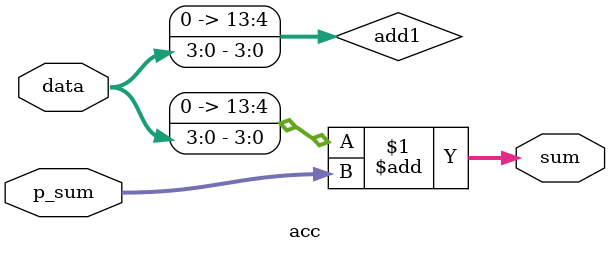
<source format=v>
module acc (
    input   [3:0]   data    ,
    input   [13:0]  p_sum    ,
    output  [13:0]  sum     
);

wire [13:0] add1;

assign add1={10'b0,data};
assign sum=add1 + p_sum;


endmodule
</source>
